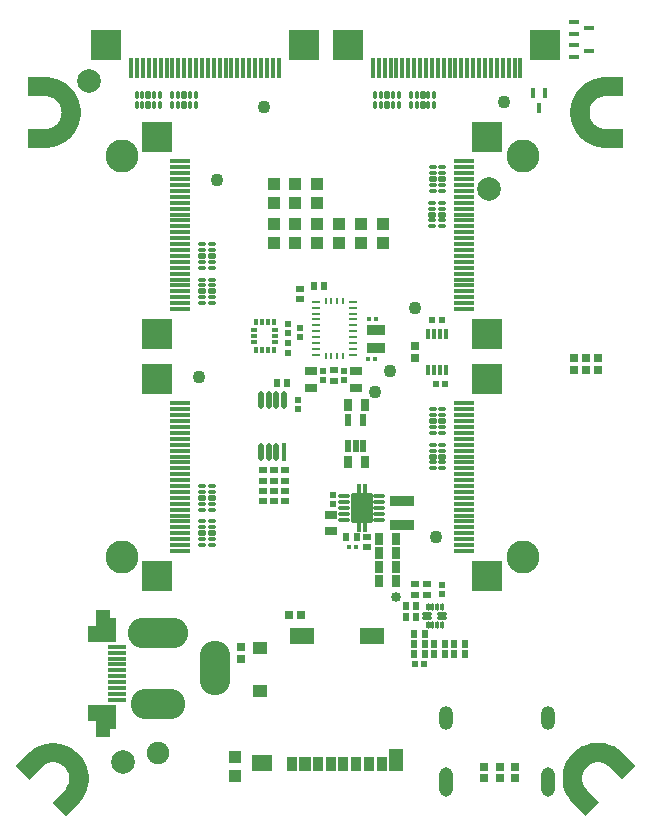
<source format=gbs>
G04*
G04 #@! TF.GenerationSoftware,Altium Limited,Altium Designer,22.3.1 (43)*
G04*
G04 Layer_Color=16711935*
%FSLAX44Y44*%
%MOMM*%
G71*
G04*
G04 #@! TF.SameCoordinates,1EA146FA-79B1-4300-8D41-9773874625C2*
G04*
G04*
G04 #@! TF.FilePolarity,Negative*
G04*
G01*
G75*
%ADD44C,1.1016*%
%ADD50R,0.5516X0.6516*%
G04:AMPARAMS|DCode=55|XSize=0.34mm|YSize=0.705mm|CornerRadius=0.12mm|HoleSize=0mm|Usage=FLASHONLY|Rotation=0.000|XOffset=0mm|YOffset=0mm|HoleType=Round|Shape=RoundedRectangle|*
%AMROUNDEDRECTD55*
21,1,0.3400,0.4650,0,0,0.0*
21,1,0.1000,0.7050,0,0,0.0*
1,1,0.2400,0.0500,-0.2325*
1,1,0.2400,-0.0500,-0.2325*
1,1,0.2400,-0.0500,0.2325*
1,1,0.2400,0.0500,0.2325*
%
%ADD55ROUNDEDRECTD55*%
G04:AMPARAMS|DCode=56|XSize=0.54mm|YSize=0.705mm|CornerRadius=0.12mm|HoleSize=0mm|Usage=FLASHONLY|Rotation=0.000|XOffset=0mm|YOffset=0mm|HoleType=Round|Shape=RoundedRectangle|*
%AMROUNDEDRECTD56*
21,1,0.5400,0.4650,0,0,0.0*
21,1,0.3000,0.7050,0,0,0.0*
1,1,0.2400,0.1500,-0.2325*
1,1,0.2400,-0.1500,-0.2325*
1,1,0.2400,-0.1500,0.2325*
1,1,0.2400,0.1500,0.2325*
%
%ADD56ROUNDEDRECTD56*%
%ADD62R,0.7516X0.6516*%
%ADD63R,0.7216X0.7216*%
%ADD67R,0.6516X0.5516*%
%ADD68R,1.0016X0.8016*%
%ADD71R,1.1016X1.0016*%
%ADD72C,2.0000*%
%ADD74O,1.2000X2.0000*%
%ADD75O,1.2000X2.5000*%
%ADD76C,1.9016*%
%ADD77O,4.6000X2.6000*%
%ADD78O,5.1000X2.6000*%
%ADD79O,2.6000X4.6000*%
%ADD121R,0.6750X0.2500*%
%ADD122R,0.2500X0.5750*%
%ADD141R,0.4016X1.7016*%
%ADD142R,2.5016X2.5016*%
%ADD143R,2.5016X2.5016*%
%ADD144R,0.8116X0.4016*%
%ADD145C,0.8516*%
%ADD146R,0.6216X0.6216*%
%ADD147R,0.4616X0.4216*%
%ADD148R,0.8016X1.0016*%
%ADD149R,0.6216X0.6216*%
%ADD150R,2.1016X0.9016*%
G04:AMPARAMS|DCode=151|XSize=1.79mm|YSize=2.54mm|CornerRadius=0.1195mm|HoleSize=0mm|Usage=FLASHONLY|Rotation=0.000|XOffset=0mm|YOffset=0mm|HoleType=Round|Shape=RoundedRectangle|*
%AMROUNDEDRECTD151*
21,1,1.7900,2.3010,0,0,0.0*
21,1,1.5510,2.5400,0,0,0.0*
1,1,0.2390,0.7755,-1.1505*
1,1,0.2390,-0.7755,-1.1505*
1,1,0.2390,-0.7755,1.1505*
1,1,0.2390,0.7755,1.1505*
%
%ADD151ROUNDEDRECTD151*%
G04:AMPARAMS|DCode=152|XSize=0.42mm|YSize=0.99mm|CornerRadius=0.1204mm|HoleSize=0mm|Usage=FLASHONLY|Rotation=270.000|XOffset=0mm|YOffset=0mm|HoleType=Round|Shape=RoundedRectangle|*
%AMROUNDEDRECTD152*
21,1,0.4200,0.7492,0,0,270.0*
21,1,0.1792,0.9900,0,0,270.0*
1,1,0.2408,-0.3746,-0.0896*
1,1,0.2408,-0.3746,0.0896*
1,1,0.2408,0.3746,0.0896*
1,1,0.2408,0.3746,-0.0896*
%
%ADD152ROUNDEDRECTD152*%
G04:AMPARAMS|DCode=153|XSize=0.42mm|YSize=0.94mm|CornerRadius=0.0784mm|HoleSize=0mm|Usage=FLASHONLY|Rotation=0.000|XOffset=0mm|YOffset=0mm|HoleType=Round|Shape=RoundedRectangle|*
%AMROUNDEDRECTD153*
21,1,0.4200,0.7832,0,0,0.0*
21,1,0.2632,0.9400,0,0,0.0*
1,1,0.1568,0.1316,-0.3916*
1,1,0.1568,-0.1316,-0.3916*
1,1,0.1568,-0.1316,0.3916*
1,1,0.1568,0.1316,0.3916*
%
%ADD153ROUNDEDRECTD153*%
%ADD154R,0.5000X1.0000*%
%ADD155R,1.1016X1.1016*%
%ADD156R,1.5066X0.4066*%
%ADD157R,0.4016X0.8116*%
%ADD158R,1.5016X0.8516*%
G04:AMPARAMS|DCode=159|XSize=0.3mm|YSize=0.6mm|CornerRadius=0.1mm|HoleSize=0mm|Usage=FLASHONLY|Rotation=180.000|XOffset=0mm|YOffset=0mm|HoleType=Round|Shape=RoundedRectangle|*
%AMROUNDEDRECTD159*
21,1,0.3000,0.4000,0,0,180.0*
21,1,0.1000,0.6000,0,0,180.0*
1,1,0.2000,-0.0500,0.2000*
1,1,0.2000,0.0500,0.2000*
1,1,0.2000,0.0500,-0.2000*
1,1,0.2000,-0.0500,-0.2000*
%
%ADD159ROUNDEDRECTD159*%
G04:AMPARAMS|DCode=160|XSize=0.3mm|YSize=0.8mm|CornerRadius=0.1mm|HoleSize=0mm|Usage=FLASHONLY|Rotation=270.000|XOffset=0mm|YOffset=0mm|HoleType=Round|Shape=RoundedRectangle|*
%AMROUNDEDRECTD160*
21,1,0.3000,0.6000,0,0,270.0*
21,1,0.1000,0.8000,0,0,270.0*
1,1,0.2000,-0.3000,-0.0500*
1,1,0.2000,-0.3000,0.0500*
1,1,0.2000,0.3000,0.0500*
1,1,0.2000,0.3000,-0.0500*
%
%ADD160ROUNDEDRECTD160*%
%ADD161R,0.4000X0.9000*%
%ADD162R,0.5766X0.3516*%
%ADD163R,0.3516X0.5766*%
%ADD164O,0.4500X1.5000*%
%ADD165R,0.4500X1.5000*%
%ADD166R,0.6516X0.7516*%
%ADD167R,1.6516X1.4516*%
%ADD168R,1.2716X1.9016*%
%ADD169R,2.0016X1.4516*%
%ADD170R,1.3016X1.1016*%
%ADD171R,0.9516X1.2016*%
%ADD172R,0.9766X1.2016*%
%ADD173R,0.8516X1.2016*%
G04:AMPARAMS|DCode=174|XSize=0.34mm|YSize=0.705mm|CornerRadius=0.12mm|HoleSize=0mm|Usage=FLASHONLY|Rotation=270.000|XOffset=0mm|YOffset=0mm|HoleType=Round|Shape=RoundedRectangle|*
%AMROUNDEDRECTD174*
21,1,0.3400,0.4650,0,0,270.0*
21,1,0.1000,0.7050,0,0,270.0*
1,1,0.2400,-0.2325,-0.0500*
1,1,0.2400,-0.2325,0.0500*
1,1,0.2400,0.2325,0.0500*
1,1,0.2400,0.2325,-0.0500*
%
%ADD174ROUNDEDRECTD174*%
G04:AMPARAMS|DCode=175|XSize=0.54mm|YSize=0.705mm|CornerRadius=0.12mm|HoleSize=0mm|Usage=FLASHONLY|Rotation=270.000|XOffset=0mm|YOffset=0mm|HoleType=Round|Shape=RoundedRectangle|*
%AMROUNDEDRECTD175*
21,1,0.5400,0.4650,0,0,270.0*
21,1,0.3000,0.7050,0,0,270.0*
1,1,0.2400,-0.2325,-0.1500*
1,1,0.2400,-0.2325,0.1500*
1,1,0.2400,0.2325,0.1500*
1,1,0.2400,0.2325,-0.1500*
%
%ADD175ROUNDEDRECTD175*%
%ADD176R,2.5016X2.5016*%
%ADD177R,2.5016X2.5016*%
%ADD178R,1.7016X0.4016*%
%ADD179R,2.4016X1.3516*%
%ADD180R,1.2016X2.7516*%
%ADD181R,1.7016X2.0516*%
%ADD182R,1.7016X2.0516*%
%ADD183R,1.2016X2.7516*%
%ADD184C,2.8000*%
G36*
X20939Y1520D02*
X31546Y12127D01*
X32452Y13127D01*
X33950Y15368D01*
X34981Y17858D01*
X35507Y20502D01*
Y23197D01*
X34981Y25841D01*
X33950Y28331D01*
X32452Y30573D01*
X31546Y31572D01*
D01*
X31546Y31572D01*
X30546Y32479D01*
X28305Y33976D01*
X25815Y35008D01*
X23171Y35533D01*
X20475D01*
X17832Y35008D01*
X15342Y33976D01*
X13100Y32479D01*
X12101Y31572D01*
X12101D01*
X1494Y20966D01*
X-9997Y32456D01*
X630Y43083D01*
X2019Y44472D01*
X5136Y46864D01*
X8539Y48828D01*
X12169Y50332D01*
X15963Y51349D01*
X19859Y51861D01*
X23788D01*
X27683Y51349D01*
X31478Y50332D01*
X35108Y48828D01*
X38511Y46864D01*
X41628Y44472D01*
X43017Y43083D01*
D01*
X43056Y43043D01*
X44445Y41654D01*
X46837Y38537D01*
X48802Y35134D01*
X50305Y31505D01*
X51322Y27710D01*
X51835Y23814D01*
Y19885D01*
X51322Y15990D01*
X50305Y12195D01*
X48802Y8565D01*
X46837Y5162D01*
X44445Y2045D01*
X43056Y656D01*
Y656D01*
X32430Y-9970D01*
X20939Y1520D01*
D02*
G37*
G36*
X503559Y21241D02*
X492952Y31848D01*
X491952Y32754D01*
X489711Y34251D01*
X487221Y35283D01*
X484577Y35809D01*
X481881D01*
X479238Y35283D01*
X476748Y34251D01*
X474506Y32754D01*
X473507Y31848D01*
X473507D01*
X473506Y31848D01*
X472600Y30848D01*
X471103Y28607D01*
X470071Y26116D01*
X469545Y23473D01*
Y20777D01*
X470071Y18134D01*
X471103Y15643D01*
X472600Y13402D01*
X473506Y12402D01*
X473506Y12402D01*
X484113Y1796D01*
X472622Y-9695D01*
X461996Y932D01*
X460607Y2321D01*
X458215Y5438D01*
X456251Y8840D01*
X454747Y12470D01*
X453730Y16265D01*
X453218Y20161D01*
Y24090D01*
X453730Y27985D01*
X454747Y31780D01*
X456251Y35410D01*
X458215Y38812D01*
X460607Y41929D01*
X461996Y43319D01*
X461996D01*
X462036Y43358D01*
X463425Y44747D01*
X466542Y47139D01*
X469944Y49103D01*
X473574Y50607D01*
X477369Y51624D01*
X481265Y52137D01*
X485194D01*
X489089Y51624D01*
X492884Y50607D01*
X496514Y49103D01*
X499916Y47139D01*
X503033Y44747D01*
X504423Y43358D01*
D01*
X515049Y32732D01*
X503559Y21241D01*
D02*
G37*
G36*
X232Y572010D02*
X15232D01*
X16580Y572076D01*
X19224Y572602D01*
X21714Y573633D01*
X23955Y575131D01*
X25861Y577037D01*
X27359Y579278D01*
X28390Y581768D01*
X28916Y584412D01*
X28982Y585759D01*
D01*
Y585760D01*
X28916Y587107D01*
X28390Y589751D01*
X27359Y592241D01*
X25861Y594482D01*
X23955Y596388D01*
X21714Y597886D01*
X19224Y598917D01*
X16580Y599443D01*
X15232Y599510D01*
D01*
X232D01*
Y615759D01*
X15260D01*
X17225D01*
X21120Y615247D01*
X24915Y614230D01*
X28545Y612726D01*
X31948Y610762D01*
X35065Y608370D01*
X37843Y605592D01*
X40235Y602475D01*
X42199Y599072D01*
X43703Y595442D01*
X44719Y591647D01*
X45232Y587752D01*
Y585787D01*
D01*
Y585732D01*
Y583767D01*
X44719Y579872D01*
X43703Y576077D01*
X42199Y572447D01*
X40235Y569044D01*
X37843Y565927D01*
X35065Y563149D01*
X31948Y560757D01*
X28545Y558793D01*
X24915Y557289D01*
X21120Y556272D01*
X17225Y555760D01*
X15260D01*
D01*
X232D01*
Y572010D01*
D02*
G37*
G36*
X504767Y572009D02*
X489767D01*
X488420Y572076D01*
X485776Y572601D01*
X483286Y573633D01*
X481045Y575130D01*
X479139Y577036D01*
X477641Y579278D01*
X476610Y581768D01*
X476084Y584412D01*
X476018Y585759D01*
D01*
Y585759D01*
X476084Y587107D01*
X476610Y589751D01*
X477641Y592241D01*
X479139Y594482D01*
X481045Y596388D01*
X483286Y597886D01*
X485776Y598917D01*
X488420Y599443D01*
X489767Y599509D01*
D01*
X504767D01*
Y615759D01*
X489739D01*
X487775D01*
X483880Y615247D01*
X480085Y614230D01*
X476455Y612726D01*
X473052Y610762D01*
X469935Y608370D01*
X467157Y605592D01*
X464765Y602475D01*
X462801Y599072D01*
X461297Y595442D01*
X460280Y591647D01*
X459767Y587752D01*
Y585787D01*
D01*
Y585731D01*
Y583767D01*
X460280Y579872D01*
X461297Y576077D01*
X462801Y572447D01*
X464765Y569044D01*
X467157Y565927D01*
X469935Y563149D01*
X473052Y560757D01*
X476455Y558793D01*
X480085Y557289D01*
X483880Y556272D01*
X487775Y555759D01*
X489739D01*
D01*
X504767D01*
Y572009D01*
D02*
G37*
D44*
X307000Y367000D02*
D03*
X404000Y595000D02*
D03*
X328500Y420000D02*
D03*
X145000Y362000D02*
D03*
X200500Y590000D02*
D03*
X161000Y529000D02*
D03*
X294500Y349000D02*
D03*
X346000Y226000D02*
D03*
D50*
X220000Y356500D02*
D03*
X211000D02*
D03*
X242500Y439000D02*
D03*
X251500D02*
D03*
X336501Y135500D02*
D03*
X327501D02*
D03*
X336501Y127000D02*
D03*
X327501D02*
D03*
X370500Y135500D02*
D03*
X361500D02*
D03*
X344500D02*
D03*
X353500D02*
D03*
X370500Y127000D02*
D03*
X361500D02*
D03*
X344500D02*
D03*
X353500D02*
D03*
X336500Y144000D02*
D03*
X327500D02*
D03*
X329500Y158500D02*
D03*
X320500D02*
D03*
X329500Y167500D02*
D03*
X320500D02*
D03*
X270000Y226000D02*
D03*
X279000D02*
D03*
D55*
X142478Y592216D02*
D03*
X137478D02*
D03*
X127478D02*
D03*
X122478D02*
D03*
Y600566D02*
D03*
X127478D02*
D03*
X137478D02*
D03*
X142478D02*
D03*
X112478Y592216D02*
D03*
X107478D02*
D03*
X97478D02*
D03*
X92478D02*
D03*
Y600566D02*
D03*
X97478D02*
D03*
X107478D02*
D03*
X112478D02*
D03*
X314602Y592017D02*
D03*
X309602D02*
D03*
X299602D02*
D03*
X294602D02*
D03*
Y600367D02*
D03*
X299602D02*
D03*
X309602D02*
D03*
X314602D02*
D03*
X344602Y591807D02*
D03*
X339602D02*
D03*
X329602D02*
D03*
X324602D02*
D03*
Y600157D02*
D03*
X329602D02*
D03*
X339602D02*
D03*
X344602D02*
D03*
D56*
X132478Y592216D02*
D03*
Y600566D02*
D03*
X102478Y592216D02*
D03*
Y600566D02*
D03*
X304602Y592017D02*
D03*
Y600367D02*
D03*
X334602Y591807D02*
D03*
Y600157D02*
D03*
D62*
X483500Y377500D02*
D03*
Y367500D02*
D03*
X473000Y377500D02*
D03*
Y367500D02*
D03*
X462500Y377500D02*
D03*
Y367500D02*
D03*
X413000Y22000D02*
D03*
Y32000D02*
D03*
X328000Y378000D02*
D03*
Y388000D02*
D03*
X181000Y123000D02*
D03*
Y133000D02*
D03*
D63*
X400500Y31500D02*
D03*
Y22500D02*
D03*
X387000Y31500D02*
D03*
Y22500D02*
D03*
D67*
X218000Y283000D02*
D03*
Y274000D02*
D03*
X209000Y283000D02*
D03*
Y274000D02*
D03*
X199500Y283000D02*
D03*
Y274000D02*
D03*
X218000Y265500D02*
D03*
Y256500D02*
D03*
X209000Y265500D02*
D03*
Y256500D02*
D03*
X199500Y265500D02*
D03*
Y256500D02*
D03*
X231000Y436500D02*
D03*
Y427500D02*
D03*
X259500Y367500D02*
D03*
Y358500D02*
D03*
X328000Y177500D02*
D03*
Y186500D02*
D03*
X338000Y177500D02*
D03*
Y186500D02*
D03*
X288000Y226500D02*
D03*
Y217500D02*
D03*
D68*
X240000Y352500D02*
D03*
Y366500D02*
D03*
X278500Y352500D02*
D03*
Y366500D02*
D03*
X257000Y245000D02*
D03*
Y231000D02*
D03*
D71*
X208500Y475000D02*
D03*
Y491000D02*
D03*
X264000Y475000D02*
D03*
Y491000D02*
D03*
X282500Y475000D02*
D03*
Y491000D02*
D03*
X301000Y475000D02*
D03*
Y491000D02*
D03*
X245500Y525500D02*
D03*
Y509500D02*
D03*
X208500Y525500D02*
D03*
Y509500D02*
D03*
X227000Y525500D02*
D03*
Y509500D02*
D03*
X176000Y24000D02*
D03*
Y40000D02*
D03*
X245500Y491000D02*
D03*
Y475000D02*
D03*
X227000Y491000D02*
D03*
Y475000D02*
D03*
D72*
X391000Y521000D02*
D03*
X81000Y36000D02*
D03*
X52000Y612000D02*
D03*
D74*
X354424Y72894D02*
D03*
X440824D02*
D03*
D75*
X354424Y19294D02*
D03*
X440824D02*
D03*
D76*
X111000Y43500D02*
D03*
D77*
X111000Y85250D02*
D03*
D78*
X111000Y145250D02*
D03*
D79*
X159250Y115500D02*
D03*
D121*
X275625Y380500D02*
D03*
Y425500D02*
D03*
Y420500D02*
D03*
Y415500D02*
D03*
Y410500D02*
D03*
Y405500D02*
D03*
Y400500D02*
D03*
Y395500D02*
D03*
Y390500D02*
D03*
Y385500D02*
D03*
X244375Y380500D02*
D03*
Y385500D02*
D03*
Y390500D02*
D03*
Y395500D02*
D03*
Y400500D02*
D03*
Y405500D02*
D03*
Y410500D02*
D03*
Y415500D02*
D03*
Y420500D02*
D03*
Y425500D02*
D03*
D122*
X252500Y426125D02*
D03*
X257500D02*
D03*
X262500D02*
D03*
X267500D02*
D03*
Y379875D02*
D03*
X262500D02*
D03*
X257500D02*
D03*
X252500D02*
D03*
D141*
X292500Y623250D02*
D03*
X297500D02*
D03*
X302500D02*
D03*
X307500D02*
D03*
X312500D02*
D03*
X317500D02*
D03*
X322500D02*
D03*
X327500D02*
D03*
X332500D02*
D03*
X337500D02*
D03*
X342500D02*
D03*
X347500D02*
D03*
X352500D02*
D03*
X357500D02*
D03*
X362500D02*
D03*
X367500D02*
D03*
X372500D02*
D03*
X377500D02*
D03*
X382500D02*
D03*
X387500D02*
D03*
X392500D02*
D03*
X397500D02*
D03*
X402500D02*
D03*
X407500D02*
D03*
X412500D02*
D03*
X417500D02*
D03*
X212870D02*
D03*
X207870D02*
D03*
X202870D02*
D03*
X197870D02*
D03*
X192870D02*
D03*
X187870D02*
D03*
X182870D02*
D03*
X177870D02*
D03*
X172870D02*
D03*
X167870D02*
D03*
X162870D02*
D03*
X157870D02*
D03*
X152870D02*
D03*
X147870D02*
D03*
X142870D02*
D03*
X137870D02*
D03*
X132870D02*
D03*
X127870D02*
D03*
X122870D02*
D03*
X117870D02*
D03*
X112870D02*
D03*
X107870D02*
D03*
X102870D02*
D03*
X97870D02*
D03*
X92870D02*
D03*
X87870D02*
D03*
D142*
X271500Y643250D02*
D03*
X66870D02*
D03*
D143*
X438500D02*
D03*
X233870D02*
D03*
D144*
X475308Y637762D02*
D03*
X463108Y642762D02*
D03*
Y632762D02*
D03*
Y652262D02*
D03*
Y662262D02*
D03*
X475308Y657262D02*
D03*
D145*
X312000Y175728D02*
D03*
D146*
X229500Y342500D02*
D03*
Y334500D02*
D03*
X220500Y407000D02*
D03*
Y399000D02*
D03*
Y382500D02*
D03*
Y390500D02*
D03*
X231000Y403500D02*
D03*
Y395500D02*
D03*
X268500Y367000D02*
D03*
Y359000D02*
D03*
X250500Y367000D02*
D03*
Y359000D02*
D03*
X351000Y186000D02*
D03*
Y178000D02*
D03*
X259000Y262000D02*
D03*
Y254000D02*
D03*
D147*
X288700Y377000D02*
D03*
X294300D02*
D03*
X289200Y411000D02*
D03*
X294800D02*
D03*
X272700Y218000D02*
D03*
X278300D02*
D03*
D148*
X285500Y338500D02*
D03*
X271500D02*
D03*
X285500Y290000D02*
D03*
X271500D02*
D03*
X312000Y189000D02*
D03*
X298000D02*
D03*
X312000Y225000D02*
D03*
X298000D02*
D03*
X311938Y201180D02*
D03*
X297938D02*
D03*
X312000Y213000D02*
D03*
X298000D02*
D03*
D149*
X328000Y118500D02*
D03*
X336000D02*
D03*
X351000Y410000D02*
D03*
X343000D02*
D03*
X346000Y356000D02*
D03*
X354000D02*
D03*
D150*
X316880Y236753D02*
D03*
Y256753D02*
D03*
D151*
X283162Y250872D02*
D03*
D152*
X268412Y240872D02*
D03*
Y245872D02*
D03*
Y250872D02*
D03*
Y255872D02*
D03*
Y260872D02*
D03*
X297912D02*
D03*
Y255872D02*
D03*
Y250872D02*
D03*
Y245872D02*
D03*
Y240872D02*
D03*
D153*
X285662Y235872D02*
D03*
Y265872D02*
D03*
X280662Y235872D02*
D03*
Y265872D02*
D03*
D154*
X278000Y303500D02*
D03*
X284500D02*
D03*
Y325500D02*
D03*
X271500Y303500D02*
D03*
Y325500D02*
D03*
D155*
X66055Y148075D02*
D03*
X66135Y73925D02*
D03*
D156*
X75945Y133415D02*
D03*
Y128415D02*
D03*
Y123415D02*
D03*
Y118415D02*
D03*
Y113415D02*
D03*
Y108415D02*
D03*
Y103415D02*
D03*
Y98415D02*
D03*
Y93415D02*
D03*
Y88415D02*
D03*
D03*
D157*
X433000Y589892D02*
D03*
X438000Y602092D02*
D03*
X428000D02*
D03*
D158*
X295000Y401300D02*
D03*
Y386700D02*
D03*
D159*
X351000Y167001D02*
D03*
X347000D02*
D03*
X343000D02*
D03*
X339000D02*
D03*
Y152001D02*
D03*
X343000D02*
D03*
X347000D02*
D03*
X351000D02*
D03*
D160*
X338500Y161500D02*
D03*
Y157500D02*
D03*
X351500D02*
D03*
Y161500D02*
D03*
D161*
X339500Y398500D02*
D03*
X344500D02*
D03*
X349500D02*
D03*
X354500D02*
D03*
X339500Y367500D02*
D03*
X344500D02*
D03*
X349500D02*
D03*
X354500D02*
D03*
D162*
X210125Y391625D02*
D03*
Y401625D02*
D03*
Y396625D02*
D03*
X191875Y391625D02*
D03*
Y401625D02*
D03*
Y396625D02*
D03*
D163*
X193500Y385000D02*
D03*
X208500D02*
D03*
X203500D02*
D03*
X198500D02*
D03*
X193500Y408250D02*
D03*
X208500D02*
D03*
X203500D02*
D03*
X198500D02*
D03*
D164*
X197750Y342000D02*
D03*
X204250D02*
D03*
X217250D02*
D03*
X210750D02*
D03*
X197750Y298000D02*
D03*
X204250D02*
D03*
X210750D02*
D03*
D165*
X217250D02*
D03*
D166*
X221764Y159923D02*
D03*
X231764D02*
D03*
D167*
X199099Y35339D02*
D03*
D168*
X312299Y37589D02*
D03*
D169*
X232349Y142339D02*
D03*
X292049D02*
D03*
D170*
X197349Y132589D02*
D03*
Y95589D02*
D03*
D171*
X223699Y34089D02*
D03*
X245699D02*
D03*
X256699D02*
D03*
X267699D02*
D03*
X278699D02*
D03*
X289699D02*
D03*
D172*
X234699D02*
D03*
D173*
X300199D02*
D03*
D174*
X156126Y269448D02*
D03*
Y264448D02*
D03*
Y254448D02*
D03*
Y249448D02*
D03*
X147776D02*
D03*
Y254448D02*
D03*
Y264448D02*
D03*
Y269448D02*
D03*
X343116Y519298D02*
D03*
Y524298D02*
D03*
Y534298D02*
D03*
Y539298D02*
D03*
X351466D02*
D03*
Y534298D02*
D03*
Y524298D02*
D03*
Y519298D02*
D03*
X343037Y489298D02*
D03*
Y494298D02*
D03*
Y504298D02*
D03*
Y509298D02*
D03*
X351387D02*
D03*
Y504298D02*
D03*
Y494298D02*
D03*
Y489298D02*
D03*
X343133Y314447D02*
D03*
Y319447D02*
D03*
Y329448D02*
D03*
Y334448D02*
D03*
X351483D02*
D03*
Y329448D02*
D03*
Y319447D02*
D03*
Y314447D02*
D03*
X343133Y284448D02*
D03*
Y289448D02*
D03*
Y299448D02*
D03*
Y304448D02*
D03*
X351483D02*
D03*
Y299448D02*
D03*
Y289448D02*
D03*
Y284448D02*
D03*
X156016Y444298D02*
D03*
Y439298D02*
D03*
Y429298D02*
D03*
Y424298D02*
D03*
X147666D02*
D03*
Y429298D02*
D03*
Y439298D02*
D03*
Y444298D02*
D03*
X156016Y474298D02*
D03*
Y469298D02*
D03*
Y459298D02*
D03*
Y454298D02*
D03*
X147666D02*
D03*
Y459298D02*
D03*
Y469298D02*
D03*
Y474298D02*
D03*
X156126Y239448D02*
D03*
Y234448D02*
D03*
Y224448D02*
D03*
Y219448D02*
D03*
X147776D02*
D03*
Y224448D02*
D03*
Y234448D02*
D03*
Y239448D02*
D03*
D175*
X156126Y259448D02*
D03*
X147776D02*
D03*
X343116Y529298D02*
D03*
X351466D02*
D03*
X343037Y499298D02*
D03*
X351387D02*
D03*
X343133Y324448D02*
D03*
X351483D02*
D03*
X343133Y294448D02*
D03*
X351483D02*
D03*
X156016Y434298D02*
D03*
X147666D02*
D03*
X156016Y464298D02*
D03*
X147666D02*
D03*
X156126Y229448D02*
D03*
X147776D02*
D03*
D176*
X109602Y565298D02*
D03*
X389363Y398298D02*
D03*
Y193448D02*
D03*
X109602Y360448D02*
D03*
D177*
Y398298D02*
D03*
X389363Y565298D02*
D03*
Y360448D02*
D03*
X109602Y193448D02*
D03*
D178*
X129602Y544298D02*
D03*
Y539298D02*
D03*
Y534298D02*
D03*
Y529298D02*
D03*
Y524298D02*
D03*
Y519298D02*
D03*
Y514298D02*
D03*
Y509298D02*
D03*
Y504298D02*
D03*
Y499298D02*
D03*
Y494298D02*
D03*
Y489298D02*
D03*
Y484298D02*
D03*
Y479298D02*
D03*
Y474298D02*
D03*
Y469298D02*
D03*
Y464298D02*
D03*
Y459298D02*
D03*
Y454298D02*
D03*
Y449298D02*
D03*
Y444298D02*
D03*
Y439298D02*
D03*
Y434298D02*
D03*
Y429298D02*
D03*
Y424298D02*
D03*
Y419298D02*
D03*
X369363D02*
D03*
Y424298D02*
D03*
Y429298D02*
D03*
Y434298D02*
D03*
Y439298D02*
D03*
Y444298D02*
D03*
Y449298D02*
D03*
Y454298D02*
D03*
Y459298D02*
D03*
Y464298D02*
D03*
Y469298D02*
D03*
Y474298D02*
D03*
Y479298D02*
D03*
Y484298D02*
D03*
Y489298D02*
D03*
Y494298D02*
D03*
Y499298D02*
D03*
Y504298D02*
D03*
Y509298D02*
D03*
Y514298D02*
D03*
Y519298D02*
D03*
Y524298D02*
D03*
Y529298D02*
D03*
Y534298D02*
D03*
Y539298D02*
D03*
Y544298D02*
D03*
Y214448D02*
D03*
Y219448D02*
D03*
Y224448D02*
D03*
Y229448D02*
D03*
Y234448D02*
D03*
Y239448D02*
D03*
Y244448D02*
D03*
Y249448D02*
D03*
Y254448D02*
D03*
Y259448D02*
D03*
Y264448D02*
D03*
Y269448D02*
D03*
Y274448D02*
D03*
Y279448D02*
D03*
Y284448D02*
D03*
Y289448D02*
D03*
Y294448D02*
D03*
Y299448D02*
D03*
Y304448D02*
D03*
Y309448D02*
D03*
Y314448D02*
D03*
Y319447D02*
D03*
Y324448D02*
D03*
Y329448D02*
D03*
Y334448D02*
D03*
Y339448D02*
D03*
X129602D02*
D03*
Y334448D02*
D03*
Y329448D02*
D03*
Y324448D02*
D03*
Y319448D02*
D03*
Y314448D02*
D03*
Y309448D02*
D03*
Y304448D02*
D03*
Y299448D02*
D03*
Y294448D02*
D03*
Y289448D02*
D03*
Y284448D02*
D03*
Y279448D02*
D03*
Y274448D02*
D03*
Y269448D02*
D03*
Y264448D02*
D03*
Y259448D02*
D03*
Y254448D02*
D03*
Y249448D02*
D03*
Y244448D02*
D03*
Y239448D02*
D03*
Y234448D02*
D03*
Y229448D02*
D03*
Y224448D02*
D03*
Y219448D02*
D03*
Y214448D02*
D03*
D179*
X63452Y144163D02*
D03*
X63447Y77667D02*
D03*
D180*
X64445Y151165D02*
D03*
D181*
X66945Y147665D02*
D03*
D182*
X66945Y74165D02*
D03*
D183*
X64445Y70665D02*
D03*
D184*
X419997Y209305D02*
D03*
X79997D02*
D03*
X419997Y549305D02*
D03*
X79997D02*
D03*
M02*

</source>
